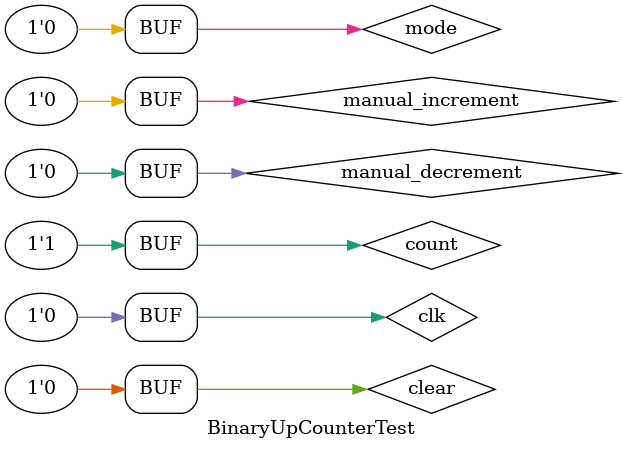
<source format=v>
`timescale 1ns / 1ps


module BinaryUpCounterTest;

	// Inputs
	reg clear;
	reg mode;
	reg manual_increment;
	reg manual_decrement;
	reg count;
	reg clk;

	// Outputs
	wire ripple_carry_out;
	wire [5:0] out;

	// Instantiate the Unit Under Test (UUT)
	BinaryUpCounter uut (
		.clear(clear), 
		.mode(mode), 
		.manual_increment(manual_increment), 
		.manual_decrement(manual_decrement), 
		.count(count), 
		.clk(clk), 
		.ripple_carry_out(ripple_carry_out), 
		.out(out)
	);

	initial begin
		// Initialize Inputs
		clear = 0;
		mode = 0;
		manual_increment = 0;
		manual_decrement = 0;
		count = 1;
		clk = 0;

		// Wait 100 ns for global reset to finish
		#100;
        
		// Add stimulus here

	end
	always begin
		#1 clk = 1;
		#1 clk = 0;
	end
endmodule


</source>
